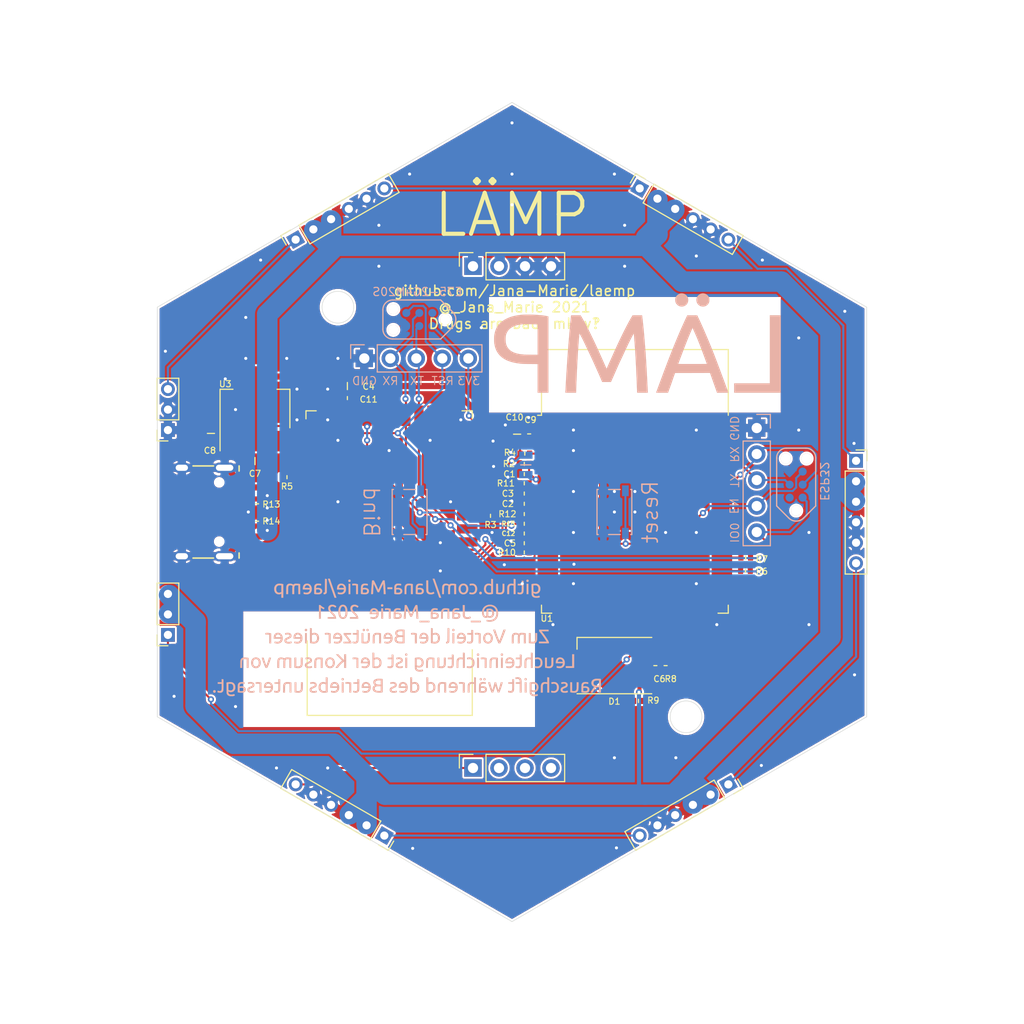
<source format=kicad_pcb>
(kicad_pcb (version 20211014) (generator pcbnew)
  (layers (0 "F.Cu" signal) (31 "B.Cu" signal) (34 "B.Paste" user) (35 "F.Paste" user) (36 "B.SilkS" user "B.Silkscreen") (37 "F.SilkS" user "F.Silkscreen") (38 "B.Mask" user) (39 "F.Mask" user) (44 "Edge.Cuts" user))
  (net 0 "")
  (net 1 "GND")
  (net 2 "Net-(C1-Pad1)")
  (net 3 "Net-(C2-Pad1)")
  (net 4 "Net-(C3-Pad1)")
  (net 5 "+3V3")
  (net 6 "Net-(C5-Pad1)")
  (net 7 "VBUS")
  (net 8 "SK6812")
  (net 9 "Net-(D1-Pad2)")
  (net 10 "ESP_IO0")
  (net 11 "ESP_EN")
  (net 12 "ESP_TX")
  (net 13 "ESP_RX")
  (net 14 "Net-(J2-Pad5)")
  (net 15 "E75_RST")
  (net 16 "E75_TX")
  (net 17 "E75_RX")
  (net 18 "Net-(J3-PadB5)")
  (net 19 "Net-(J3-PadA8)")
  (net 20 "Net-(J3-PadB6)")
  (net 21 "Net-(J3-PadA7)")
  (net 22 "Net-(J3-PadA6)")
  (net 23 "Net-(J3-PadB7)")
  (net 24 "Net-(J3-PadA5)")
  (net 25 "Net-(J3-PadB8)")
  (net 26 "Net-(P1-Pad1)")
  (net 27 "Net-(P2-Pad2)")
  (net 28 "Net-(R6-Pad1)")
  (net 29 "Net-(R7-Pad1)")
  (net 30 "Net-(R8-Pad2)")
  (net 31 "PWM_R")
  (net 32 "PWM_G")
  (net 33 "PWM_B")
  (net 34 "Net-(U1-Pad37)")
  (net 35 "Net-(U1-Pad36)")
  (net 36 "ESP_BTN")
  (net 37 "Net-(U1-Pad32)")
  (net 38 "Net-(U1-Pad31)")
  (net 39 "Net-(U1-Pad30)")
  (net 40 "Net-(U1-Pad29)")
  (net 41 "Net-(U1-Pad26)")
  (net 42 "Net-(U1-Pad23)")
  (net 43 "Net-(U1-Pad22)")
  (net 44 "Net-(U1-Pad21)")
  (net 45 "Net-(U1-Pad20)")
  (net 46 "Net-(U1-Pad19)")
  (net 47 "Net-(U1-Pad18)")
  (net 48 "Net-(U1-Pad17)")
  (net 49 "Net-(U1-Pad16)")
  (net 50 "Net-(U1-Pad14)")
  (net 51 "Net-(U1-Pad13)")
  (net 52 "Net-(U1-Pad12)")
  (net 53 "Net-(U1-Pad11)")
  (net 54 "Net-(U1-Pad10)")
  (net 55 "Net-(U1-Pad4)")
  (net 56 "Net-(U2-Pad25)")
  (net 57 "Net-(U2-Pad24)")
  (net 58 "Net-(U2-Pad23)")
  (net 59 "PWM_1")
  (net 60 "Net-(U2-Pad15)")
  (net 61 "Net-(U2-Pad14)")
  (net 62 "Net-(U2-Pad11)")
  (net 63 "Net-(U2-Pad10)")
  (net 64 "Net-(U2-Pad9)")
  (net 65 "Net-(U2-Pad8)")
  (net 66 "Net-(U2-Pad7)")
  (net 67 "Net-(U2-Pad6)")
  (net 68 "Net-(U2-Pad5)")
  (net 69 "Net-(U2-Pad4)")
  (net 70 "Net-(U2-Pad2)")
  (net 71 "Net-(U2-Pad1)")
  (net 72 "D_P0_P1")
  (net 73 "D_P1_P2")
  (net 74 "D_P2_P3")
  (net 75 "D_P3_P4")
  (net 76 "D_P4_P5")
  (net 77 "DOUT")
  (net 78 "Net-(J12-Pad4)")
  (net 79 "Net-(J12-Pad3)")
  (net 80 "Net-(J12-Pad2)")
  (net 81 "Net-(C12-Pad1)")
  (footprint "otter:C_0402" (layer "F.Cu") (at 101.2 96.3 180)
    (fp_text reference "C1")
    (fp_text value "100n" hide)
  )
  (footprint "otter:C_0402" (layer "F.Cu") (at 101.2 99.2 180)
    (fp_text reference "C2")
    (fp_text value "100n" hide)
  )
  (footprint "otter:C_0402" (layer "F.Cu") (at 101.2 98.2 180)
    (fp_text reference "C3")
    (fp_text value "100n" hide)
  )
  (footprint "otter:C_0603" (layer "F.Cu") (at 83.925 87.7 180)
    (fp_text reference "C4")
    (fp_text value "10u" hide)
  )
  (footprint "otter:C_0402" (layer "F.Cu") (at 101.2 103.05 180)
    (fp_text reference "C5")
    (fp_text value "100n" hide)
  )
  (footprint "otter:C_0402" (layer "F.Cu") (at 114 115 -90)
    (fp_text reference "C6")
    (fp_text value "100n" hide)
  )
  (footprint "otter:C_0603" (layer "F.Cu") (at 74.9 95.025 180)
    (fp_text reference "C7")
    (fp_text value "10u" hide)
  )
  (footprint "otter:C_0603" (layer "F.Cu") (at 70.6 92.325 -90)
    (fp_text reference "C8")
    (fp_text value "10u" hide)
  )
  (footprint "LED_SMD:LED_SK6812_PLCC4_5.0x5.0mm_P3.2mm" (layer "F.Cu") (at 110 115 180)
    (fp_text reference "D1")
    (fp_text value "SK6812")
  )
  (footprint "otter:USB-C 16Pin" (layer "F.Cu") (at 72.85 100 -90)
    (fp_text reference "J3" hide)
    (fp_text value "USB_C")
  )
  (footprint "otter:R_0402" (layer "F.Cu") (at 101.2 95.3)
    (fp_text reference "R2")
    (fp_text value "100k" hide)
  )
  (footprint "otter:R_0402" (layer "F.Cu") (at 97.9 100.375 180)
    (fp_text reference "R3")
    (fp_text value "5k1" hide)
  )
  (footprint "otter:R_0402" (layer "F.Cu") (at 101.25 94.3)
    (fp_text reference "R4")
    (fp_text value "5k1" hide)
  )
  (footprint "otter:R_0402" (layer "F.Cu") (at 78.025 96.6)
    (fp_text reference "R5")
    (fp_text value "5k1" hide)
  )
  (footprint "otter:R_0402" (layer "F.Cu") (at 122.8 105.75)
    (fp_text reference "R6")
    (fp_text value "5k1" hide)
  )
  (footprint "otter:R_0402" (layer "F.Cu") (at 122.825 104.45)
    (fp_text reference "R7")
    (fp_text value "5k1" hide)
  )
  (footprint "otter:R_0402" (layer "F.Cu") (at 115 115 -90)
    (fp_text reference "R8")
    (fp_text value "100k" hide)
  )
  (footprint "otter:R_0402" (layer "F.Cu") (at 112.35 118.45)
    (fp_text reference "R9")
    (fp_text value "20" hide)
  )
  (footprint "otter:R_0402" (layer "F.Cu") (at 101.2 103.95 180)
    (fp_text reference "R10")
    (fp_text value "100k" hide)
  )
  (footprint "otter:R_0402" (layer "F.Cu") (at 101.2 97.2 180)
    (fp_text reference "R11")
    (fp_text value "100k" hide)
  )
  (footprint "otter:R_0402" (layer "F.Cu") (at 101.2 100.2 180)
    (fp_text reference "R12")
    (fp_text value "100k" hide)
  )
  (footprint "otter:R_0402" (layer "F.Cu") (at 75.1 99.2 -90)
    (fp_text reference "R13")
    (fp_text value "5k1" hide)
  )
  (footprint "otter:R_0402" (layer "F.Cu") (at 75.1 100.9 90)
    (fp_text reference "R14")
    (fp_text value "5k1" hide)
  )
  (footprint "RF_Module:ESP32-WROOM-32" (layer "F.Cu") (at 112 100)
    (fp_text reference "U1")
    (fp_text value "ESP32-WROOM-32")
  )
  (footprint "otter:E75-2G4M10S" (layer "F.Cu") (at 88 100 180)
    (fp_text reference "U2" hide)
    (fp_text value "E75-2G4M20S")
  )
  (footprint "Package_TO_SOT_SMD:SOT-223-3_TabPin2" (layer "F.Cu") (at 74.9 89.925 90)
    (fp_text reference "U3")
    (fp_text value "AMS1117-3.3")
  )
  (footprint "otter:C_0402" (layer "F.Cu") (at 101.675 92.375 90)
    (fp_text reference "C9")
    (fp_text value "100n" hide)
  )
  (footprint "otter:C_0603" (layer "F.Cu") (at 100.5 92.4 90)
    (fp_text reference "C10")
    (fp_text value "10u" hide)
  )
  (footprint "otter:C_0402" (layer "F.Cu") (at 83.925 88.875 180)
    (fp_text reference "C11")
    (fp_text value "100n" hide)
  )
  (footprint "otter:PinSocket_1x03_P2.00mm_Vertical" (layer "F.Cu") (at 66.4 110 180)
    (fp_text reference "J4" hide)
    (fp_text value "PANEL0")
  )
  (footprint "otter:PinSocket_1x03_P2.00mm_Vertical" (layer "F.Cu") (at 66.4 90 180)
    (fp_text reference "J5" hide)
    (fp_text value "PANEL0")
  )
  (footprint "otter:PinSocket_1x06_P2.00mm_Vertical_center" (layer "F.Cu") (at 83.2 70.9 120)
    (fp_text reference "J6" hide)
    (fp_text value "PANEL1")
  )
  (footprint "otter:PinSocket_1x06_P2.00mm_Vertical_center" (layer "F.Cu") (at 116.8 70.9 60)
    (fp_text reference "J7" hide)
    (fp_text value "PANEL2")
  )
  (footprint "otter:PinSocket_1x06_P2.00mm_Vertical_center" (layer "F.Cu") (at 133.6 100)
    (fp_text reference "J8" hide)
    (fp_text value "PANEL3")
  )
  (footprint "otter:PinSocket_1x06_P2.00mm_Vertical_center" (layer "F.Cu") (at 116.8 129.1 -60)
    (fp_text reference "J9" hide)
    (fp_text value "PANEL4")
  )
  (footprint "otter:PinSocket_1x06_P2.00mm_Vertical_center" (layer "F.Cu") (at 83.2 129.1 -120)
    (fp_text reference "J10" hide)
    (fp_text value "PANEL5")
  )
  (footprint "otter:PinSocket_1x04_P2.54mm_Vertical_center" (layer "F.Cu") (at 100 76 90)
    (fp_text reference "J11" hide)
    (fp_text value "LED_HEX0")
  )
  (footprint "otter:PinSocket_1x04_P2.54mm_Vertical_center" (layer "F.Cu") (at 100 125 90)
    (fp_text reference "J12" hide)
    (fp_text value "LED_HEX1")
  )
  (footprint "otter:C_0402" (layer "F.Cu") (at 101.2 102.1 180)
    (fp_text reference "C12")
    (fp_text value "100n" hide)
  )
  (footprint "otter:R_0402" (layer "F.Cu") (at 101.2 101.15 180)
    (fp_text reference "R15")
    (fp_text value "100k" hide)
  )
  (footprint "Connector_PinHeader_2.54mm:PinHeader_1x05_P2.54mm_Vertical" (layer "B.Cu") (at 123.9 91.8 180)
    (fp_text reference "J1" hide)
    (fp_text value "ESP_proc")
  )
  (footprint "Connector_PinHeader_2.54mm:PinHeader_1x05_P2.54mm_Vertical" (layer "B.Cu") (at 85.575 85 -90)
    (fp_text reference "J2" hide)
    (fp_text value "E75_proc")
  )
  (footprint "otter:TC2030" (layer "B.Cu") (at 127.75 97.325 90)
    (fp_text reference "P1" hide)
    (fp_text value "TC2030-ESP" hide)
  )
  (footprint "otter:TC2030" (layer "B.Cu") (at 90.95 81.2 180)
    (fp_text reference "P2" hide)
    (fp_text value "TC2030-E75" hide)
  )
  (footprint "otter:R_0805" (layer "B.Cu") (at 101.35 95.4 -90)
    (fp_text reference "R1" hide)
    (fp_text value "R_PHOTO" hide)
  )
  (footprint "Button_Switch_SMD:SW_SPST_PTS810" (layer "B.Cu") (at 110 100 -90)
    (fp_text reference "SW1" hide)
    (fp_text value "RST")
  )
  (footprint "Button_Switch_SMD:SW_SPST_PTS810" (layer "B.Cu") (at 90 100 -90)
    (fp_text reference "SW2" hide)
    (fp_text value "BIND")
  )
  (footprint "otter:laemp_laemp" (layer "B.Cu") (at 112.25 83.5 180)
    (fp_text reference "G***" hide)
    (fp_text value "LOGO" hide)
  )
  (footprint "otter:laemp_bottom_text" (layer "B.Cu") (at 89.75 112.25 180)
    (fp_text reference "G***" hide)
    (fp_text value "LOGO" hide)
  )
  (gr_line (start 100.000016 60) (end 65.359 80) (layer "Edge.Cuts") (width 0.05))
  (gr_circle (center 117 120) (end 118.55 120) (layer "Edge.Cuts") (width 0.05) (fill none))
  (gr_line (start 100.000016 140) (end 134.641032 120) (layer "Edge.Cuts") (width 0.05))
  (gr_circle (center 83 80) (end 84.55 80) (layer "Edge.Cuts") (width 0.05) (fill none))
  (gr_line (start 65.359 120) (end 100.000016 140) (layer "Edge.Cuts") (width 0.05))
  (gr_line (start 134.641032 120) (end 134.641032 80) (layer "Edge.Cuts") (width 0.05))
  (gr_line (start 65.359 80) (end 65.359 120) (layer "Edge.Cuts") (width 0.05))
  (gr_line (start 134.641032 80) (end 100.000016 60) (layer "Edge.Cuts") (width 0.05))
  (gr_text "Reset" (at 113.5 100 90) (layer "B.SilkS") (effects (font (size 1.5 1.5)) (justify mirror)))
  (gr_text "IO0\n" (at 121.7 102.025 -90) (layer "B.SilkS") (effects (font (size 0.8 0.8) (thickness 0.1)) (justify mirror)))
  (gr_text "ESP32" (at 130.5 97 270) (layer "B.SilkS") (effects (font (size 0.8 0.8) (thickness 0.11)) (justify mirror)))
  (gr_text "Bind" (at 86.25 100 270) (layer "B.SilkS") (effects (font (size 1.5 1.5)) (justify mirror)))
  (gr_text "3V3" (at 95.775 87.2) (layer "B.SilkS") (effects (font (size 0.8 0.8) (thickness 0.1)) (justify mirror)))
  (gr_text "GND" (at 85.6 87.2) (layer "B.SilkS") (effects (font (size 0.8 0.8) (thickness 0.1)) (justify mirror)))
  (gr_text "E75-2G4M20S" (at 90.75 78.5) (layer "B.SilkS") (effects (font (size 0.8 0.8) (thickness 0.11)) (justify mirror)))
  (gr_text "RX" (at 121.7 94.375 -90) (layer "B.SilkS") (effects (font (size 0.8 0.8) (thickness 0.1)) (justify mirror)))
  (gr_text "RST" (at 93.225 87.2) (layer "B.SilkS") (effects (font (size 0.8 0.8) (thickness 0.1)) (justify mirror)))
  (gr_text "GND" (at 121.7 91.825 270) (layer "B.SilkS") (effects (font (size 0.8 0.8) (thickness 0.1)) (justify mirror)))
  (gr_text "TX" (at 121.7 96.925 -90) (layer "B.SilkS") (effects (font (size 0.8 0.8) (thickness 0.1)) (justify mirror)))
  (gr_text "RX" (at 88.125 87.2) (layer "B.SilkS") (effects (font (size 0.8 0.8) (thickness 0.1)) (justify mirror)))
  (gr_text "TX" (at 90.725 87.2) (layer "B.SilkS") (effects (font (size 0.8 0.8) (thickness 0.1)) (justify mirror)))
  (gr_text "EN\n" (at 121.65 99.425 -90) (layer "B.SilkS") (effects (font (size 0.8 0.8) (thickness 0.1)) (justify mirror)))
  (gr_text "github.com/Jana-Marie/laemp\n@_Jana_Marie 2021\nDrugs are bad, mkay‽" (at 100.25 80) (layer "F.SilkS") (effects (font (size 1 1))))
  (gr_text "LÄMP" (at 100 71) (layer "F.SilkS") (effects (font (size 4 4) (thickness 0.4))))
  (segment (start 101.835 91.745) (end 101.675 91.905) (width 0.6) (layer "F.Cu") (net 1))
  (segment (start 73 103.2) (end 73 103.405) (width 0.6) (layer "F.Cu") (net 1))
  (segment (start 100.5 91.65) (end 101.42 91.65) (width 0.6) (layer "F.Cu") (net 1))
  (segment (start 100.73 95.3) (end 100.73 96.3) (width 0.2) (layer "F.Cu") (net 1))
  (segment (start 73 96.8) (end 73 96.595) (width 0.6) (layer "F.Cu") (net 1))
  (segment (start 103.5 91.745) (end 101.835 91.745) (width 0.6) (layer "F.Cu") (net 1))
  (segment (start 83.175 87.7) (end 83.175 88.595) (width 0.6) (layer "F.Cu") (net 1))
  (segment (start 101.42 91.65) (end 101.675 91.905) (width 0.6) (layer "F.Cu") (net 1))
  (segment (start 73 96.595) (end 72.085 95.68) (width 0.6) (layer "F.Cu") (net 1))
  (segment (start 73 103.405) (end 72.085 104.32) (width 0.6) (layer "F.Cu") (net 1))
  (segment (start 83.301 90.602) (end 83.301 89.029) (width 0.6) (layer "F.Cu") (net 1))
  (segment (start 83.301 89.029) (end 83.455 88.875) (width 0.6) (layer "F.Cu") (net 1))
  (segment (start 83.175 88.595) (end 83.455 88.875) (width 0.6) (layer "F.Cu") (net 1))
  (via (at 133.4 93.3) (size 0.6) (drill 0.3) (layers "F.Cu" "B.Cu") (net 1))
  (via (at 83 99) (size 0.6) (drill 0.3) (layers "F.Cu" "B.Cu") (net 1))
  (via (at 106 94) (size 0.6) (drill 0.3) (layers "F.Cu" "B.Cu") (net 1))
  (via (at 77 125) (size 0.6) (drill 0.3) (layers "F.Cu" "B.Cu") (net 1))
  (via (at 112 98) (size 0.6) (drill 0.3) (layers "F.Cu" "B.Cu") (net 1))
  (via (at 106 92) (size 0.6) (drill 0.3) (layers "F.Cu" "B.Cu") (net 1))
  (via (at 98.05 102) (size 0.6) (drill 0.3) (layers "F.Cu" "B.Cu") (net 1))
  (via (at 95 91) (size 0.6) (drill 0.3) (layers "F.Cu" "B.Cu") (net 1))
  (via (at 116 124) (size 0.6) (drill 0.3) (layers "F.Cu" "B.Cu") (net 1))
  (via (at 98.15 93.075) (size 0.6) (drill 0.3) (layers "F.Cu" "B.Cu") (net 1))
  (via (at 118 75) (size 0.6) (drill 0.3) (layers "F.Cu" "B.Cu") (net 1))
  (via (at 74 85) (size 0.6) (drill 0.3) (layers "F.Cu" "B.Cu") (net 1))
  (via (at 87 76) (size 0.6) (drill 0.3) (layers "F.Cu" "B.Cu") (net 1))
  (via (at 99.975 98.925) (size 0.6) (drill 0.3) (layers "F.Cu" "B.Cu") (net 1))
  (via (at 133.45 115.9) (size 0.6) (drill 0.3) (layers "F.Cu" "B.Cu") (net 1))
  (via (at 66.15 84.3) (size 0.6) (drill 0.3) (layers "F.Cu" "B.Cu") (net 1))
  (via (at 99.25 105.15) (size 0.6) (drill 0.3) (layers "F.Cu" "B.Cu") (net 1))
  (via (at 90 67) (size 0.6) (drill 0.3) (layers "F.Cu" "B.Cu") (net 1))
  (via (at 94 99) (size 0.6) (drill 0.3) (layers "F.Cu" "B.Cu") (net 1))
  (via (at 93 103) (size 0.6) (drill 0.3) (layers "F.Cu" "B.Cu") (net 1))
  (via (at 124.35 124.75) (size 0.6) (drill 0.3) (layers "F.Cu" "B.Cu") (net 1))
  (via (at 128 92) (size 0.6) (drill 0.3) (layers "F.Cu" "B.Cu") (net 1))
  (via (at 67 118) (size 0.6) (drill 0.3) (layers "F.Cu" "B.Cu") (net 1))
  (via (at 110.2 132.8) (size 0.6) (drill 0.3) (layers "F.Cu" "B.Cu") (net 1))
  (via (at 99.875 94.175) (size 0.6) (drill 0.3) (layers "F.Cu" "B.Cu") (net 1))
  (via (at 111 72) (size 0.6) (drill 0.3) (layers "F.Cu" "B.Cu") (net 1))
  (via (at 124.45 75.4) (size 0.6) (drill 0.3) (layers "F.Cu" "B.Cu") (net 1))
  (via (at 100 67) (size 0.6) (drill 0.3) (layers "F.Cu" "B.Cu") (net 1))
  (via (at 73 90) (size 0.6) (drill 0.3) (layers "F.Cu" "B.Cu") (net 1))
  (via (at 129 102) (size 0.6) (drill 0.3) (layers "F.Cu" "B.Cu") (net 1))
  (via (at 100 62) (size 0.6) (drill 0.3) (layers "F.Cu" "B.Cu") (net 1))
  (via (at 104 111) (size 0.6) (drill 0.3) (layers "F.Cu" "B.Cu") (net 1))
  (via (at 93 105.75) (size 0.6) (drill 0.3) (layers "F.Cu" "B.Cu") (net 1))
  (via (at 110 98) (size 0.6) (drill 0.3) (layers "F.Cu" "B.Cu") (net 1))
  (via (at 74 81) (size 0.6) (drill 0.3) (layers "F.Cu" "B.Cu") (net 1))
  (via (at 78 85) (size 0.6) (drill 0.3) (layers "F.Cu" "B.Cu") (net 1))
  (via (at 128 83) (size 0.6) (drill 0.3) (layers "F.Cu" "B.Cu") (net 1))
  (via (at 88 94) (size 0.6) (drill 0.3) (layers "F.Cu" "B.Cu") (net 1))
  (via (at 106.05 105.1) (size 0.6) (drill 0.3) (layers "F.Cu" "B.Cu") (net 1))
  (via (at 99.35 91.5) (size 0.6) (drill 0.3) (layers "F.Cu" "B.Cu") (net 1))
  (via (at 83 93) (size 0.6) (drill 0.3) (layers "F.Cu" "B.Cu") (net 1))
  (via (at 83 85) (size 0.6) (drill 0.3) (layers "F.Cu" "B.Cu") (net 1))
  (via (at 99.6 96.6) (size 0.6) (drill 0.3) (layers "F.Cu" "B.Cu") (net 1))
  (via (at 101 107) (size 0.6) (drill 0.3) (layers "F.Cu" "B.Cu") (net 1))
  (via (at 118 107) (size 0.6) (drill 0.3) (layers "F.Cu" "B.Cu") (net 1))
  (via (at 106 107) (size 0.6) (drill 0.3) (layers "F.Cu" "B.Cu") (net 1))
  (via (at 110 124) (size 0.6) (drill 0.3) (layers "F.Cu" "B.Cu") (net 1))
  (via (at 82 91) (size 0.6) (drill 0.3) (layers "F.Cu" "B.Cu") (net 1))
  (via (at 110 100) (size 0.6) (drill 0.3) (layers "F.Cu" "B.Cu") (net 1))
  (via (at 100 70) (size 0.6) (drill 0.3) (layers "F.Cu" "B.Cu") (net 1))
  (via (at 132.5 80.4) (size 0.6) (drill 0.3) (layers "F.Cu" "B.Cu") (net 1))
  (via (at 129 111) (size 0.6) (drill 0.3) (layers "F.Cu" "B.Cu") (net 1))
  (via (at 79 88) (size 0.6) (drill 0.3) (layers "F.Cu" "B.Cu") (net 1))
  (via (at 111 76) (size 0.6) (drill 0.3) (layers "F.Cu" "B.Cu") (net 1))
  (via (at 115 102) (size 0.6) (drill 0.3) (layers "F.Cu" "B.Cu") (net 1))
  (via (at 82 88) (size 0.6) (drill 0.3) (layers "F.Cu" "B.Cu") (net 1))
  (via (at 97 82) (size 0.6) (drill 0.3) (layers "F.Cu" "B.Cu") (net 1))
  (via (at 106 102) (size 0.6) (drill 0.3) (layers "F.Cu" "B.Cu") (net 1))
  (via (at 92 93) (size 0.6) (drill 0.3) (layers "F.Cu" "B.Cu") (net 1))
  (via (at 72 87) (size 0.6) (drill 0.3) (layers "F.Cu" "B.Cu") (net 1))
  (via (at 118 92) (size 0.6) (drill 0.3) (layers "F.Cu" "B.Cu") (net 1))
  (via (at 98.2 95.55) (size 0.6) (drill 0.3) (layers "F.Cu" "B.Cu") (net 1))
  (via (at 87 72) (size 0.6) (drill 0.3) (layers "F.Cu" "B.Cu") (net 1))
  (via (at 101.625 90.775) (size 0.6) (drill 0.3) (layers "F.Cu" "B.Cu") (net 1))
  (via (at 74.25 100) (size 0.6) (drill 0.3) (layers "F.Cu" "B.Cu") (net 1))
  (via (at 82 125) (size 0.6) (drill 0.3) (layers "F.Cu" "B.Cu") (net 1))
  (via (at 112 100) (size 0.6) (drill 0.3) (layers "F.Cu" "B.Cu") (net 1))
  (via (at 79 91) (size 0.6) (drill 0.3) (layers "F.Cu" "B.Cu") (net 1))
  (via (at 73 119) (size 0.6) (drill 0.3) (layers "F.Cu" "B.Cu") (net 1))
  (via (at 106 98) (size 0.6) (drill 0.3) (layers "F.Cu" "B.Cu") (net 1))
  (via (at 75.45 75.4) (size 0.6) (drill 0.3) (layers "F.Cu" "B.Cu") (net 1))
  (via (at 110 67) (size 0.6) (drill 0.3) (layers "F.Cu" "B.Cu") (net 1))
  (via (at 99.9 102.825) (size 0.6) (drill 0.3) (layers "F.Cu" "B.Cu") (net 1))
  (via (at 120 111) (size 0.6) (drill 0.3) (layers "F.Cu" "B.Cu") (net 1))
  (via (at 118 102) (size 0.6) (drill 0.3) (layers "F.Cu" "B.Cu") (net 1))
  (via (at 90.3 132.85) (size 0.6) (drill 0.3) (layers "F.Cu" "B.Cu") (net 1))
  (segment (start 101.67 95.3) (end 101.67 96.195) (width 0.2) (layer "F.Cu") (net 2))
  (segment (start 101.67 96.195) (end 102.3 96.825) (width 0.2) (layer "F.Cu") (net 2))
  (segment (start 102.3 96.825) (end 102.33124 96.825) (width 0.2) (layer "F.Cu") (net 2))
  (segment (start 102.3 96.825) (end 103.5 96.825) (width 0.2) (layer "F.Cu") (net 2))
  (segment (start 102.33124 96.825) (end 102.338921 96.817319) (width 0.2) (layer "F.Cu") (net 2))
  (via (at 102.338921 96.817319) (size 0.6) (drill 0.3) (layers "F.Cu" "B.Cu") (net 2))
  (segment (start 101.817319 96.817319) (end 101.35 96.35) (width 0.2) (layer "B.Cu") (net 2))
  (segment (start 102.338921 96.817319) (end 101.817319 96.817319) (width 0.2) (layer "B.Cu") (net 2))
  (segment (start 103.5 99.365) (end 101.835 99.365) (width 0.2) (layer "F.Cu") (net 3))
  (segment (start 101.835 99.365) (end 101.67 99.2) (width 0.2) (layer "F.Cu") (net 3))
  (segment (start 101.67 99.2) (end 101.67 100.2) (width 0.2) (layer "F.Cu") (net 3))
  (segment (start 101.775 98.095) (end 101.67 98.2) (width 0.2) (layer "F.Cu") (net 4))
  (segment (start 101.67 98.2) (end 101.67 97.2) (width 0.2) (layer "F.Cu") (net 4))
  (segment (start 103.5 98.095) (end 101.775 98.095) (width 0.2) (layer "F.Cu") (net 4))
  (segment (start 100.129998 95.000002) (end 100 95.000002) (width 0.2) (layer "F.Cu") (net 5))
  (segment (start 74.9 91.7) (end 74.9 93.075) (width 1) (layer "F.Cu") (net 5))
  (segment (start 71.6 91.1) (end 74.3 91.1) (width 1) (layer "F.Cu") (net 5))
  (segment (start 74.3 91.1) (end 74.9 91.7) (width 1) (layer "F.Cu") (net 5))
  (segment (start 99.45 93.15) (end 94 87.7) (width 0.6) (layer "F.Cu") (net 5))
  (segment (start 100.78 94.35) (end 100.129998 95.000002) (width 0.2) (layer "F.Cu") (net 5))
  (segment (start 100.5 93.15) (end 101.37 93.15) (width 0.6) (layer "F.Cu") (net 5))
  (segment (start 71.075 91.1) (end 71.6 91.1) (width 0.8) (layer "F.Cu") (net 5))
  (segment (start 74.9 86.775) (end 74.9 91.6) (width 2) (layer "F.Cu") (net 5))
  (segment (start 101.845 93.015) (end 101.675 92.845) (width 0.6) (layer "F.Cu") (net 5))
  (segment (start 78.025 91.6) (end 74.9 91.6) (width 0.2) (layer "F.Cu") (net 5))
  (segment (start 84.571 89.051) (end 84.395 88.875) (width 0.6) (layer "F.Cu") (net 5))
  (segment (start 70.6 91.575) (end 71.075 91.1) (width 0.8) (layer "F.Cu") (net 5))
  (segment (start 98.37 96.630002) (end 99.700001 95.300001) (width 0.2) (layer "F.Cu") (net 5))
  (segment (start 77.555 96.545) (end 78.422989 95.677011) (width 0.2) (layer "F.Cu") (net 5))
  (segment (start 103.5 93.015) (end 101.845 93.015) (width 0.6) (layer "F.Cu") (net 5))
  (segment (start 100.78 93.43) (end 100.5 93.15) (width 0.2) (layer "F.Cu") (net 5))
  (segment (start 100.5 93.15) (end 99.45 93.15) (width 0.6) (layer "F.Cu") (net 5))
  (segment (start 84.571 90.602) (end 84.571 89.051) (width 0.6) (layer "F.Cu") (net 5))
  (segment (start 74.9 91.6) (end 74.9 93.075) (width 1) (layer "F.Cu") (net 5))
  (segment (start 84.675 87.7) (end 84.675 88.595) (width 0.6) (layer "F.Cu") (net 5))
  (segment (start 78.025 86.775) (end 78.4 86.4) (width 0.6) (layer "F.Cu") (net 5))
  (segment (start 78.4 86.4) (end 84 86.4) (width 0.6) (layer "F.Cu") (net 5))
  (segment (start 84.675 87.075) (end 84.675 87.7) (width 0.6) (layer "F.Cu") (net 5))
  (segment (start 84 86.4) (end 84.675 87.075) (width 0.6) (layer "F.Cu") (net 5))
  (segment (start 77.555 96.6) (end 77.555 96.545) (width 0.2) (layer "F.Cu") (net 5))
  (segment (start 78.422989 95.677011) (end 78.422989 91.997989) (width 0.2) (layer "F.Cu") (net 5))
  (segment (start 99.700001 95.300001) (end 100 95.000002) (width 0.2) (layer "F.Cu") (net 5))
  (segment (start 100.78 94.3) (end 100.78 93.43) (width 0.2) (layer "F.Cu") (net 5))
  (segment (start 101.37 93.15) (end 101.675 92.845) (width 0.6) (layer "F.Cu") (net 5))
  (segment (start 78.422989 91.997989) (end 78.025 91.6) (width 0.2) (layer "F.Cu") (net 5))
  (segment (start 94 87.7) (end 84.675 87.7) (width 0.6) (layer "F.Cu") (net 5))
  (segment (start 100.78 94.3) (end 100.78 94.35) (width 0.2) (layer "F.Cu") (net 5))
  (segment (start 98.37 100.375) (end 98.37 96.630002) (width 0.2) (layer "F.Cu") (net 5))
  (segment (start 74.9 86.775) (end 78.025 86.775) (width 0.6) (layer "F.Cu") (net 5))
  (segment (start 84.675 88.595) (end 84.395 88.875) (width 0.6) (layer "F.Cu") (net 5))
  (via (at 100 95.000002) (size 0.6) (drill 0.3) (layers "F.Cu" "B.Cu") (net 5))
  (segment (start 101.35 94.45) (end 101.162133 94.262133) (width 0.2) (layer "B.Cu") (net 5))
  (segment (start 101.162133 94.262133) (end 100.424264 95.000002) (width 0.2) (layer "B.Cu") (net 5))
  (segment (start 100.424264 95.000002) (end 100 95.000002) (width 0.2) (layer "B.Cu") (net 5))
  (segment (start 101.7 103.05) (end 101.67 103.05) (width 0.2) (layer "F.Cu") (net 6))
  (segment (start 101.67 103.95) (end 101.67 103.05) (width 0.2) (layer "F.Cu") (net 6))
  (segment (start 102.845 101.905) (end 101.7 103.05) (width 0.2) (layer "F.Cu") (net 6))
  (segment (start 103.5 101.905) (end 102.845 101.905) (width 0.2) (layer "F.Cu") (net 6))
  (segment (start 76.1 98.4) (end 76.1 98.4) (width 0.6) (layer "F.Cu") (net 7))
  (segment (start 76.1 101.8) (end 76.1 101.8) (width 0.6) (layer "F.Cu") (net 7))
  (segment (start 76.1 100.8) (end 76.1 99.6) (width 0.6) (layer "F.Cu") (net 7))
  (segment (start 76.1 99.6) (end 76.1 98.4) (width 0.6) (layer "F.Cu") (net 7))
  (segment (start 77.2 93.475) (end 75.65 95.025) (width 0.6) (layer "F.Cu") (net 7))
  (segment (start 75.65 97.95) (end 75.8 98.1) (width 0.6) (layer "F.Cu") (net 7))
  (segment (start 112.45 116.6) (end 112.45 117.55) (width 0.4) (layer "F.Cu") (net 7))
  (segment (start 112.45 117.55) (end 112.4 117.6) (width 0.4) (layer "F.Cu") (net 7))
  (segment (start 76.1 101.8) (end 76.1 100.8) (width 0.6) (layer "F.Cu") (net 7))
  (segment (start 75.5 102.4) (end 76.1 101.8) (width 0.6) (layer "F.Cu") (net 7))
  (segment (start 114 115.47) (end 113.58 115.47) (width 0.4) (layer "F.Cu") (net 7))
  (segment (start 113.58 115.47) (end 112.45 116.6) (width 0.4) (layer "F.Cu") (net 7))
  (segment (start 75.3 97.6) (end 73 97.6) (width 0.6) (layer "F.Cu") (net 7))
  (segment (start 73 102.4) (end 75.5 102.4) (width 0.6) (layer "F.Cu") (net 7))
  (segment (start 76.1 98.4) (end 75.3 97.6) (width 0.6) (layer "F.Cu") (net 7))
  (segment (start 77.2 93.075) (end 77.2 93.475) (width 0.6) (layer "F.Cu") (net 7))
  (segment (start 75.65 95.025) (end 75.65 97.95) (width 0.6) (layer "F.Cu") (net 7))
  (via (at 112.4 117.6) (size 0.6) (drill 0.3) (layers "F.Cu" "B.Cu") (net 7))
  (via (at 76.1 101.8) (size 0.6) (drill 0.3) (layers "F.Cu" "B.Cu") (net 7))
  (via (at 76.1 98.4) (size 0.6) (drill 0.3) (layers "F.Cu" "B.Cu") (net 7))
  (via (at 76.1 99.6) (size 0.6) (drill 0.3) (layers "F.Cu" "B.Cu") (net 7))
  (via (at 76.1 100.8) (size 0.6) (drill 0.3) (layers "F.Cu" "B.Cu") (net 7))
  (segment (start 98.8 74) (end 113.1 74) (width 2) (layer "B.Cu") (net 7))
  (segment (start 131.1 82.3) (end 131.1 97.7) (width 2) (layer "B.Cu") (net 7))
  (segment (start 82.201924 74) (end 80.684163 72.482239) (width 2) (layer "B.Cu") (net 7))
  (segment (start 112.4 127) (end 112.4 117.6) (width 0.4) (layer "B.Cu") (net 7))
  (segment (start 132.9 97.7) (end 133.489022 97.110978) (width 2) (layer "B.Cu") (net 7))
  (segment (start 96.4 74) (end 96.2 74.2) (width 1) (layer "B.Cu") (net 7))
  (segment (start 131.1 97.7) (end 132.3 97.7) (width 2) (layer "B.Cu") (net 7))
  (segment (start 85.964746 126) (end 82.591757 122.627011) (width 2) (layer "B.Cu") (net 7))
  (segment (start 72.791756 122.627011) (end 69.1 118.935255) (width 2) (layer "B.Cu") (net 7))
  (segment (start 96.2 74.2) (end 96.2 75.99) (width 1) (layer "B.Cu") (net 7))
  (segment (start 86 127.666025) (end 84.148264 129.517761) (width 2) (layer "B.Cu") (net 7))
  (segment (start 86 126) (end 86 127.666025) (width 2) (layer "B.Cu") (net 7))
  (segment (start 86 126) (end 85.964746 126) (width 2) (layer "B.Cu") (net 7))
  (segment (start 113 127.6) (end 87.6 127.6) (width 2) (layer "B.Cu") (net 7))
  (segment (start 131.1 97.7) (end 132.9 97.7) (width 2) (layer "B.Cu") (net 7))
  (segment (start 131.1 112.2) (end 117.3 126) (width 2) (layer "B.Cu") (net 7))
  (segment (start 87.6 127.6) (end 86 126) (width 2) (layer "B.Cu") (net 7))
  (segment (start 76.1 80.7) (end 82.8 74) (width 2) (layer "B.Cu") (net 7))
  (segment (start 85.798076 126.201924) (end 85.798076 130.47028) (width 2) (layer "B.Cu") (net 7))
  (segment (start 69.1 118.935255) (end 69.1 110.7) (width 2) (layer "B.Cu") (net 7))
  (segment (start 113.1 74) (end 116.6 77.5) (width 2) (layer "B.Cu") (net 7))
  (segment (start 118.9 127.6) (end 119.173427 127.6) (width 2) (layer "B.Cu") (net 7))
  (segment (start 82.8 74) (end 97 74) (width 2) (layer "B.Cu") (net 7))
  (segment (start 117.3 126) (end 118.9 127.6) (width 2) (layer "B.Cu") (net 7))
  (segment (start 116.6 77.5) (end 126.3 77.5) (width 2) (layer "B.Cu") (net 7))
  (segment (start 69.1 110.7) (end 66.51101 108.11101) (width 2) (layer "B.Cu") (net 7))
  (segment (start 114.201924 72.898076) (end 114.201924 69.529702) (width 2) (layer "B.Cu") (net 7))
  (segment (start 117.3 126) (end 117.3 126.1) (width 2) (layer "B.Cu") (net 7))
  (segment (start 113.1 74) (end 113.1 73.233975) (width 2) (layer "B.Cu") (net 7))
  (segment (start 82.591757 122.627011) (end 72.791756 122.627011) (width 2) (layer "B.Cu") (net 7))
  (segment (start 113.1 73.233975) (end 115.851747 70.482228) (width 2) (layer "B.Cu") (net 7))
  (segment (start 97 74) (end 96.4 74) (width 1) (layer "B.Cu") (net 7))
  (segment (start 86 126) (end 85.798076 126.201924) (width 2) (layer "B.Cu") (net 7))
  (segment (start 113.1 74) (end 114.201924 72.898076) (width 2) (layer "B.Cu") (net 7))
  (segment (start 69.1 110.9) (end 68.08899 109.88899) (width 2) (layer "B.Cu") (net 7))
  (segment (start 126.3 77.5) (end 131.1 82.3) (width 2) (layer "B.Cu") (net 7))
  (segment (start 76.1 101.8) (end 76.1 80.7) (width 2) (layer "B.Cu") (net 7))
  (segment (start 82.8 74) (end 82.333975 73.533975) (width 2) (layer "B.Cu") (net 7))
  (segment (start 131.1 97.7) (end 131.1 112.2) (width 2) (layer "B.Cu") (net 7))
  (segment (start 96.2 75.99) (end 96.19 76) (width 1) (layer "B.Cu") (net 7))
  (segment (start 82.333975 73.533975) (end 82.333975 71.52972) (width 2) (layer "B.Cu") (net 7))
  (segment (start 97 74) (end 98.8 74) (width 2) (layer "B.Cu") (net 7))
  (segment (start 117.3 126.1) (end 115.8 127.6) (width 2) (layer "B.Cu") (net 7))
  (segment (start 117.666025 126.366025) (end 117.666025 128.470299) (width 2) (layer "B.Cu") (net 7))
  (segment (start 98.8 74) (end 98.8 75.93) (width 1) (layer "B.Cu") (net 7))
  (segment (start 113 127.6) (end 112.4 127) (width 0.4) (layer "B.Cu") (net 7))
  (segment (start 68.08899 109.88899) (end 66.51101 109.88899) (width 2) (layer "B.Cu") (net 7))
  (segment (start 115.8 127.6) (end 113 127.6) (width 2) (layer "B.Cu") (net 7))
  (segment (start 117.3 126) (end 117.666025 126.366025) (width 2) (layer "B.Cu") (net 7))
  (segment (start 82.8 74) (end 82.201924 74) (width 2) (layer "B.Cu") (net 7))
  (segment (start 98.8 75.93) (end 98.73 76) (width 1) (layer "B.Cu") (net 7))
  (segment (start 132.3 97.7) (end 133.489022 98.889022) (width 2) (layer "B.Cu") (net 7))
  (segment (start 111.2 114.4) (end 111.199994 114.4) (width 0.2) (layer "F.Cu") (net 8))
  (segment (start 70.6 118.3) (end 66.4 114.1) (width 0.2) (layer "F.Cu") (net 8))
  (segment (start 112.45 113.4) (end 112.2 113.4) (width 0.2) (layer "F.Cu") (net 8))
  (segment (start 66.4 114.1) (end 66.4 112) (width 0.2) (layer "F.Cu") (net 8))
  (segment (start 112.2 113.4) (end 111.2 114.4) (width 0.2) (layer "F.Cu") (net 8))
  (via (at 70.6 118.3) (size 0.6) (drill 0.3) (layers "F.Cu" "B.Cu") (net 8))
  (via (at 111.199994 114.4) (size 0.6) (drill 0.3) (layers "F.Cu" "B.Cu") (net 8))
  (segment (start 111.199994 114.4) (end 101.999994 123.6) (width 0.2) (layer "B.Cu") (net 8))
  (segment (start 70.6 118.7) (end 70.6 118.3) (width 0.2) (layer "B.Cu") (net 8))
  (segment (start 73.3 121.4) (end 70.6 118.7) (width 0.2) (layer "B.Cu") (net 8))
  (segment (start 85.3 123.6) (end 83.1 121.4) (width 0.2) (layer "B.Cu") (net 8))
  (segment (start 101.999994 123.6) (end 85.3 123.6) (width 0.2) (layer "B.Cu") (net 8))
  (segment (start 83.1 121.4) (end 73.3 121.4) (width 0.2) (layer "B.Cu") (net 8))
  (segment (start 109.65 118.45) (end 107.8 116.6) (width 0.2) (layer "F.Cu") (net 9))
  (segment (start 107.8 116.6) (end 107.55 116.6) (width 0.2) (layer "F.Cu") (net 9))
  (segment (start 111.88 118.45) (end 109.65 118.45) (width 0.2) (layer "F.Cu") (net 9))
  (segment (start 125.1 106.2) (end 125.1 103.16) (width 0.2) (layer "F.Cu") (net 10))
  (segment (start 125.1 103.16) (end 123.9 101.96) (width 0.2) (layer "F.Cu") (net 10))
  (segment (start 120.5 108.255) (end 123.045 108.255) (width 0.2) (layer "F.Cu") (net 10))
  (segment (start 123.045 108.255) (end 125.1 106.2) (width 0.2) (layer "F.Cu") (net 10))
  (segment (start 128.385 98.595) (end 128.777429 98.987429) (width 0.2) (layer "B.Cu") (net 10))
  (segment (start 127.14 101.96) (end 123.9 101.96) (width 0.2) (layer "B.Cu") (net 10))
  (segment (start 128.777429 98.987429) (end 128.777429 100.322571) (width 0.2) (layer "B.Cu") (net 10))
  (segment (start 128.777429 100.322571) (end 127.14 101.96) (width 0.2) (layer "B.Cu") (net 10))
  (segment (start 103.5 94.285) (end 104.085 94.285) (width 0.2) (layer "F.Cu") (net 11))
  (segment (start 107.75 103.1) (end 111.2 103.1) (width 0.2) (layer "F.Cu") (net 11))
  (segment (start 111.1 103.1) (end 115.6 103.1) (width 0.2) (layer "F.Cu") (net 11))
  (segment (start 101.72 94.3) (end 103.485 94.3) (width 0.2) (layer "F.Cu") (net 11))
  (segment (start 111.2 103.1) (end 111.1 103.1) (width 0.2) (layer "F.Cu") (net 11))
  (segment (start 103.485 94.3) (end 103.5 94.285) (width 0.2) (layer "F.Cu") (net 11))
  (segment (start 106.95 102.3) (end 107.75 103.1) (width 0.2) (layer "F.Cu") (net 11))
  (segment (start 106.95 97.15) (end 106.95 102.3) (width 0.2) (layer "F.Cu") (net 11))
  (segment (start 118.6 100.1) (end 118.65 100.1) (width 0.2) (layer "F.Cu") (net 11))
  (segment (start 104.085 94.285) (end 106.95 97.15) (width 0.2) (layer "F.Cu") (net 11))
  (segment (start 115.6 103.1) (end 118.6 100.1) (width 0.2) (layer "F.Cu") (net 11))
  (via (at 111.1 103.1) (size 0.6) (drill 0.3) (layers "F.Cu" "B.Cu") (net 11))
  (via (at 118.65 100.1) (size 0.6) (drill 0.3) (layers "F.Cu" "B.Cu") (net 11))
  (segment (start 125.37 97.95) (end 124.749999 98.570001) (width 0.2) (layer "B.Cu") (net 11))
  (segment (start 127.406759 97.95) (end 125.37 97.95) (width 0.2) (layer "B.Cu") (net 11))
  (segment (start 111.075 103.075) (end 111.1 103.1) (width 0.2) (layer "B.Cu") (net 11))
  (segment (start 127.75 96.69) (end 127.75 97.606759) (width 0.2) (layer "B.Cu") (net 11))
  (segment (start 119.33 99.42) (end 118.65 100.1) (width 0.2) (layer "B.Cu") (net 11))
  (segment (start 124.749999 98.570001) (end 123.9 99.42) (width 0.2) (layer "B.Cu") (net 11))
  (segment (start 127.75 97.606759) (end 127.406759 97.95) (width 0.2) (layer "B.Cu") (net 11))
  (segment (start 111.075 102.075) (end 111.075 103.075) (width 0.2) (layer "B.Cu") (net 11))
  (segment (start 111.075 97.925) (end 111.075 102.075) (width 0.2) (layer "B.Cu") (net 11))
  (segment (start 123.9 99.42) (end 119.33 99.42) (width 0.2) (layer "B.Cu") (net 11))
  (segment (start 128.385 96.055) (end 127.75 96.69) (width 0.2) (layer "B.Cu") (net 11))
  (segment (start 120.5 95.555) (end 122.575 95.555) (width 0.2) (layer "F.Cu") (net 12))
  (segment (start 122.575 95.555) (end 123.9 96.88) (width 0.2) (layer "F.Cu") (net 12))
  (segment (start 126.67 96.88) (end 123.9 96.88) (width 0.2) (layer "B.Cu") (net 12))
  (segment (start 127.115 97.325) (end 126.67 96.88) (width 0.2) (layer "B.Cu") (net 12))
  (segment (start 121.825 96.825) (end 122.3 96.35) (width 0.2) (layer "F.Cu") (net 13))
  (segment (start 120.5 96.825) (end 121.825 96.825) (width 0.2) (layer "F.Cu") (net 13))
  (via (at 122.3 96.35) (size 0.6) (drill 0.3) (layers "F.Cu" "B.Cu") (net 13))
  (segment (start 128.385 97.325) (end 129.7 96.01) (width 0.2) (layer "B.Cu") (net 13))
  (segment (start 124.49 93.75) (end 123.9 94.34) (width 0.2) (layer "B.Cu") (net 13))
  (segment (start 129.7 94.35) (end 129.1 93.75) (width 0.2) (layer "B.Cu") (net 13))
  (segment (start 129.7 96.01) (end 129.7 94.35) (width 0.2) (layer "B.Cu") (net 13))
  (segment (start 122.3 96.35) (end 123.9 94.75) (width 0.2) (layer "B.Cu") (net 13))
  (segment (start 129.1 93.75) (end 124.49 93.75) (width 0.2) (layer "B.Cu") (net 13))
  (segment (start 123.9 94.75) (end 123.9 94.34) (width 0.2) (layer "B.Cu") (net 13))
  (segment (start 97.43 92.28) (end 95.8 90.65) (width 0.2) (layer "F.Cu") (net 14))
  (segment (start 97.43 100.375) (end 95.633 100.375) (width 0.2) (layer "F.Cu") (net 14))
  (segment (start 95.633 100.375) (end 95.627 100.381) (width 0.2) (layer "F.Cu") (net 14))
  (segment (start 97.43 100.375) (end 97.43 92.28) (width 0.2) (layer "F.Cu") (net 14))
  (segment (start 95.8 90.65) (end 95.8 90.6) (width 0.2) (layer "F.Cu") (net 14))
  (via (at 95.8 90.6) (size 0.6) (drill 0.3) (layers "F.Cu" "B.Cu") (net 14))
  (segment (start 95.385 85) (end 95.735 85) (width 0.2) (layer "B.Cu") (net 14))
  (segment (start 95.735 85) (end 95.735 90.535) (width 0.2) (layer "B.Cu") (net 14))
  (segment (start 92.22 81.835) (end 95.385 85) (width 0.2) (layer "B.Cu") (net 14))
  (segment (start 95.735 90.535) (end 95.8 90.6) (width 0.2) (layer "B.Cu") (net 14))
  (segment (start 80.2615 96.6) (end 80.269 96.5925) (width 0.2) (layer "F.Cu") (net 15))
  (segment (start 78.875 96.175) (end 78.875 92.175) (width 0.2) (layer "F.Cu") (net 15))
  (segment (start 79.220999 91.829001) (end 81.829001 91.829001) (width 0.2) (layer "F.Cu") (net 15))
  (segment (start 81.829001 91.829001) (end 82.3 92.3) (width 0.2) (layer "F.Cu") (net 15))
  (segment (start 82.3 92.3) (end 88.85 92.3) (width 0.2) (layer "F.Cu") (net 15))
  (segment (start 78.495 96.6) (end 78.495 96.555) (width 0.2) (layer "F.Cu") (net 15))
  (segment (start 78.875 92.175) (end 79.220999 91.829001) (width 0.2) (layer "F.Cu") (net 15))
  (segment (start 78.495 96.555) (end 78.875 96.175) (width 0.2) (layer "F.Cu") (net 15))
  (segment (start 78.495 96.6) (end 80.2615 96.6) (width 0.2) (layer "F.Cu") (net 15))
  (via (at 88.85 92.3) (size 0.6) (drill 0.3) (layers "F.Cu" "B.Cu") (net 15))
  (segment (start 89.68 80.565) (end 90.37 79.875) (width 0.2) (layer "B.Cu") (net 15))
  (segment (start 91.575 83.38) (end 93.195 85) (width 0.2) (layer "B.Cu") (net 15))
  (segment (start 88.85 92.3) (end 93.195 87.955) (width 0.2) (layer "B.Cu") (net 15))
  (segment (start 91.075 102.075) (end 91.075 101.875) (width 0.2) (layer "B.Cu") (net 15))
  (segment (start 91.075 98.125) (end 91.075 97.925) (width 0.2) (layer "B.Cu") (net 15))
  (segment (start 90.3 101.1) (end 90.3 98.9) (width 0.2) (layer "B.Cu") (net 15))
  (segment (start 90.3 98.9) (end 91.075 98.125) (width 0.2) (layer "B.Cu") (net 15))
  (segment (start 90.37 79.875) (end 91.325 79.875) (width 0.2) (layer "B.Cu") (net 15))
  (segment (start 91.075 94.525) (end 88.85 92.3) (width 0.2) (layer "B.Cu") (net 15))
  (segment (start 91.075 97.925) (end 91.075 94.525) (width 0.2) (layer "B.Cu") (net 15))
  (segment (start 93.195 87.955) (end 93.195 85) (width 0.2) (layer "B.Cu") (net 15))
  (segment (start 91.075 101.875) (end 90.3 101.1) (width 0.2) (layer "B.Cu") (net 15))
  (segment (start 91.325 79.875) (end 91.575 80.125) (width 0.2) (layer "B.Cu") (net 15))
  (segment (start 91.575 80.125) (end 91.575 83.38) (width 0.2) (layer "B.Cu") (net 15))
  (segment (start 90.9095 98.2095) (end 94 101.3) (width 0.2) (layer "F.Cu") (net 16))
  (segment (start 90.9095 90.6065) (end 90.9095 88.9595) (width 0.2) (layer "F.Cu") (net 16))
  (segment (start 123.32 105.8) (end 123.27 105.75) (width 0.2) (layer "F.Cu") (net 16))
  (segment (start 90.9095 88.9595) (end 90.9 88.95) (width 0.2) (layer "F.Cu") (net 16))
  (segment (start 90.9095 90.6065) (end 90.9095 98.2095) (width 0.2) (layer "F.Cu") (net 16))
  (segment (start 124.1 105.8) (end 123.32 105.8) (width 0.2) (layer "F.Cu") (net 16))
  (via (at 90.9 88.95) (size 0.6) (drill 0.3) (layers "F.Cu" "B.Cu") (net 16))
  (via (at 94 101.3) (size 0.6) (drill 0.3) (layers "F.Cu" "B.Cu") (net 16))
  (via (at 124.1 105.8) (size 0.6) (drill 0.3) (layers "F.Cu" "B.Cu") (net 16))
  (segment (start 90.9 85.245) (end 90.655 85) (width 0.2) (layer "B.Cu") (net 16))
  (segment (start 98.5 105.8) (end 124.1 105.8) (width 0.2) (layer "B.Cu") (net 16))
  (segment (start 94 101.3) (end 98.5 105.8) (width 0.2) (layer "B.Cu") (net 16))
  (segment (start 90.655 82.13) (end 90.95 81.835) (width 0.2) (layer "B.Cu") (net 16))
  (segment (start 90.655 85) (end 90.655 82.13) (width 0.2) (layer "B.Cu") (net 16))
  (segment (start 90.9 88.95) (end 90.9 85.245) (width 0.2) (layer "B.Cu") (net 16))
  (segment (start 89.6395 88.9895) (end 89.6 88.95) (width 0.2) (layer "F.Cu") (net 17))
  (segment (start 89.6395 90.6065) (end 89.6395 88.9895) (width 0.2) (layer "F.Cu") (net 17))
  (segment (start 89.6395 97.8395) (end 92.5 100.7) (width 0.2) (layer "F.Cu") (net 17))
  (segment (start 89.6395 90.6065) (end 89.6395 97.8395) (width 0.2) (layer "F.Cu") (net 17))
  (segment (start 124.2 104.5) (end 123.345 104.5) (width 0.2) (layer "F.Cu") (net 17))
  (segment (start 123.345 104.5) (end 123.295 104.45) (width 0.2) (layer "F.Cu") (net 17))
  (via (at 89.6 88.95) (size 0.6) (drill 0.3) (layers "F.Cu" "B.Cu") (net 17))
  (via (at 92.5 100.7) (size 0.6) (drill 0.3) (layers "F.Cu" "B.Cu") (net 17))
  (via (at 124.2 104.5) (size 0.6) (drill 0.3) (layers "F.Cu" "B.Cu") (net 17))
  (segment (start 88.964999 84.150001) (end 88.115 85) (width 0.2) (layer "B.Cu") (net 17))
  (segment (start 89.6 86.485) (end 88.115 85) (width 0.2) (layer "B.Cu") (net 17))
  (segment (start 89.6 88.95) (end 89.6 86.485) (width 0.2) (layer "B.Cu") (net 17))
  (segment (start 92.5 100.7) (end 94.2 100.7) (width 0.2) (layer "B.Cu") (net 17))
  (segment (start 98 104.5) (end 124.2 104.5) (width 0.2) (layer "B.Cu") (net 17))
  (segment (start 90.95 80.565) (end 90.325 81.19) (width 0.2) (layer "B.Cu") (net 17))
  (segment (start 94.2 100.7) (end 98 104.5) (width 0.2) (layer "B.Cu") (net 17))
  (segment (start 90.325 82.79) (end 88.964999 84.150001) (width 0.2) (layer "B.Cu") (net 17))
  (segment (start 90.325 81.19) (end 90.325 82.79) (width 0.2) (layer "B.Cu") (net 17))
  (segment (start 73 101.75) (end 74.72 101.75) (width 0.2) (layer "F.Cu") (net 18))
  (segment (start 74.72 101.75) (end 75.1 101.37) (width 0.2) (layer "F.Cu") (net 18))
  (segment (start 73 98.75) (end 75.17 98.75) (width 0.2) (layer "F.Cu") (net 24))
  (segment (start 75.17 98.75) (end 75.175 98.745) (width 0.2) (layer "F.Cu") (net 24))
  (segment (start 122.33 105.75) (end 120.535 105.75) (width 0.2) (layer "F.Cu") (net 28))
  (segment (start 120.535 105.75) (end 120.5 105.715) (width 0.2) (layer "F.Cu") (net 28))
  (segment (start 120.505 104.45) (end 120.5 104.445) (width 0.2) (layer "F.Cu") (net 29))
  (segment (start 122.355 104.45) (end 120.505 104.45) (width 0.2) (layer "F.Cu") (net 29))
  (segment (start 117.715 112.785) (end 115.03 115.47) (width 0.2) (layer "F.Cu") (net 30))
  (segment (start 115 116.27) (end 112.82 118.45) (width 0.2) (layer "F.Cu") (net 30))
  (segment (start 115.03 115.47) (end 115 115.47) (width 0.2) (layer "F.Cu") (net 30))
  (segment (start 115 115.47) (end 115 116.27) (width 0.2) (layer "F.Cu") (net 30))
  (segment (start 117.715 109.255) (end 117.715 112.785) (width 0.2) (layer "F.Cu") (net 30))
  (segment (start 80.819 92.7825) (end 80.269 92.7825) (width 0.2) (layer "F.Cu") (net 31))
  (segment (start 100.73 103.95) (end 98.75 103.95) (width 0.2) (layer "F.Cu") (net 31))
  (segment (start 97.4 102.65) (end 97.4 103.2) (width 0.2) (layer "F.Cu") (net 31))
  (segment (start 92.1365 104.1) (end 80.819 92.7825) (width 0.2) (layer "F.Cu") (net 31))
  (segment (start 98.75 103.95) (end 98.7 103.9) (width 0.2) (layer "F.Cu") (net 31))
  (segment (start 97.4 103.2) (end 96.5 104.1) (width 0.2) (layer "F.Cu") (net 31))
  (segment (start 96.5 104.1) (end 92.1365 104.1) (width 0.2) (layer "F.Cu") (net 31))
  (via (at 98.7 103.9) (size 0.6) (drill 0.3) (layers "F.Cu" "B.Cu") (net 31))
  (via (at 97.4 102.65) (size 0.6) (drill 0.3) (layers "F.Cu" "B.Cu") (net 31))
  (segment (start 98.7 103.9) (end 98.65 103.9) (width 0.2) (layer "B.Cu") (net 31))
  (segment (start 98.65 103.9) (end 97.4 102.65) (width 0.2) (layer "B.Cu") (net 31))
  (segment (start 99.072989 102.064549) (end 96.710527 104.427011) (width 0.2) (layer "F.Cu") (net 32))
  (segment (start 96.710527 104.427011) (end 91.193511 104.427011) (width 0.2) (layer "F.Cu") (net 32))
  (segment (start 99.072989 98.827011) (end 99.072989 102.064549) (width 0.2) (layer "F.Cu") (net 32))
  (segment (start 100.73 97.2) (end 100.7 97.2) (width 0.2) (layer "F.Cu") (net 32))
  (segment (start 100.7 97.2) (end 99.072989 98.827011) (width 0.2) (layer "F.Cu") (net 32))
  (segment (start 80.819 94.0525) (end 80.269 94.0525) (width 0.2) (layer "F.Cu") (net 32))
  (segment (start 91.193511 104.427011) (end 80.819 94.0525) (width 0.2) (layer "F.Cu") (net 32))
  (segment (start 99.4 102.2) (end 96.845978 104.754022) (width 0.2) (layer "F.Cu") (net 33))
  (segment (start 96.845978 104.754022) (end 90.250522 104.754022) (width 0.2) (layer "F.Cu") (net 33))
  (segment (start 80.819 95.3225) (end 80.269 95.3225) (width 0.2) (layer "F.Cu") (net 33))
  (segment (start 100.73 100.2) (end 100.220036 100.2) (width 0.2) (layer "F.Cu") (net 33))
  (segment (start 100.220036 100.2) (end 99.4 101.020036) (width 0.2) (layer "F.Cu") (net 33))
  (segment (start 90.250522 104.754022) (end 80.819 95.3225) (width 0.2) (layer "F.Cu") (net 33))
  (segment (start 99.4 101.020036) (end 99.4 102.2) (width 0.2) (layer "F.Cu") (net 33))
  (segment (start 100.15 101.15) (end 99.95 101.35) (width 0.2) (layer "F.Cu") (net 59))
  (segment (start 85.85 90.611) (end 85.841 90.602) (width 0.2) (layer "F.Cu") (net 59))
  (segment (start 100.73 101.15) (end 100.15 101.15) (width 0.2) (layer "F.Cu") (net 59))
  (segment (start 85.85 91.65) (end 85.85 90.611) (width 0.2) (layer "F.Cu") (net 59))
  (segment (start 91 100.05) (end 85.85 94.9) (width 0.2) (layer "F.Cu") (net 59))
  (segment (start 85.85 94.9) (end 85.85 93) (width 0.2) (layer "F.Cu") (net 59))
  (via (at 85.85 91.65) (size 0.6) (drill 0.3) (layers "F.Cu" "B.Cu") (net 59))
  (via (at 85.85 93) (size 0.6) (drill 0.3) (layers "F.Cu" "B.Cu") (net 59))
  (via (at 91 100.05) (size 0.6) (drill 0.3) (layers "F.Cu" "B.Cu") (net 59))
  (via (at 99.95 101.35) (size 0.6) (drill 0.3) (layers "F.Cu" "B.Cu") (net 59))
  (segment (start 95.7 101.35) (end 94.4 100.05) (width 0.2) (layer "B.Cu") (net 59))
  (segment (start 85.85 93) (end 85.85 91.65) (width 0.2) (layer "B.Cu") (net 59))
  (segment (start 99.95 101.35) (end 95.7 101.35) (width 0.2) (layer "B.Cu") (net 59))
  (segment (start 94.4 100.05) (end 91 100.05) (width 0.2) (layer "B.Cu") (net 59))
  (segment (start 66.4 85.869873) (end 78.869873 73.4) (width 0.2) (layer "B.Cu") (net 72))
  (segment (start 66.4 88) (end 66.4 85.869873) (width 0.2) (layer "B.Cu") (net 72))
  (segment (start 87.530127 68.4) (end 112.469873 68.4) (width 0.2) (layer "B.Cu") (net 73))
  (segment (start 132.35 93.75) (end 133.6 95) (width 0.2) (layer "B.Cu") (net 74))
  (segment (start 126.8 76.25) (end 132.35 81.8) (width 0.2) (layer "B.Cu") (net 74))
  (segment (start 132.35 81.8) (end 132.35 93.75) (width 0.2) (layer "B.Cu") (net 74))
  (segment (start 121.130127 73.4) (end 123.980127 76.25) (width 0.2) (layer "B.Cu") (net 74))
  (segment (start 123.980127 76.25) (end 126.8 76.25) (width 0.2) (layer "B.Cu") (net 74))
  (segment (start 133.6 105) (end 133.6 114.130127) (width 0.2) (layer "B.Cu") (net 75))
  (segment (start 133.6 114.130127) (end 121.130127 126.6) (width 0.2) (layer "B.Cu") (net 75))
  (segment (start 112.469873 131.6) (end 87.530127 131.6) (width 0.2) (layer "B.Cu") (net 76))
  (segment (start 80.824467 125.6) (end 79.824467 126.6) (width 0.2) (layer "F.Cu") (net 77))
  (segment (start 82.179962 125.6) (end 80.824467 125.6) (width 0.2) (layer "F.Cu") (net 77))
  (segment (start 82.779962 125) (end 82.179962 125.6) (width 0.2) (layer "F.Cu") (net 77))
  (segment (start 79.824467 126.6) (end 78.869873 126.6) (width 0.2) (layer "F.Cu") (net 77))
  (segment (start 96.19 125) (end 82.779962 125) (width 0.2) (layer "F.Cu") (net 77))
  (segment (start 103.5 100.635) (end 102.135 100.635) (width 0.2) (layer "F.Cu") (net 81))
  (segment (start 102.135 100.635) (end 101.67 101.1) (width 0.2) (layer "F.Cu") (net 81))
  (segment (start 101.67 101.1) (end 101.67 101.15) (width 0.2) (layer "F.Cu") (net 81))
  (segment (start 101.67 102.1) (end 101.67 101.15) (width 0.2) (layer "F.Cu") (net 81))
  (zone (net 1) (net_name "GND") (layer "F.Cu") (connect_pads (clearance 0.2)) (min_thickness 0.127) (fill yes (thermal_gap 0.2) (thermal_bridge_width 0.8))
    (polygon (pts (xy 150 150) (xy 50 150) (xy 50 50) (xy 150 50)))
  )
  (zone (net 0) (net_name "") (layers F&B.Cu) (connect_pads (clearance 0)) (min_thickness 0.254)
    (keepout (tracks allowed) (vias allowed) (pads allowed) (copperpour not_allowed) (footprints allowed))
    (fill (thermal_gap 0.508) (thermal_bridge_width 0.508))
    (polygon (pts (xy 102.25 121) (xy 73.75 121) (xy 73.75 109.7) (xy 102.25 109.7)))
  )
  (zone (net 0) (net_name "") (layers F&B.Cu) (connect_pads (clearance 0)) (min_thickness 0.254)
    (keepout (tracks allowed) (vias allowed) (pads allowed) (copperpour not_allowed) (footprints allowed))
    (fill (thermal_gap 0.508) (thermal_bridge_width 0.508))
    (polygon (pts (xy 126.25 90.3) (xy 97.75 90.3) (xy 97.75 79) (xy 126.25 79)))
  )
  (zone (net 1) (net_name "GND") (layer "B.Cu") (connect_pads (clearance 0.2)) (min_thickness 0.127) (fill yes (thermal_gap 0.2) (thermal_bridge_width 0.8))
    (polygon (pts (xy 150 150) (xy 50 150) (xy 50 50) (xy 150 50)))
  )
)
</source>
